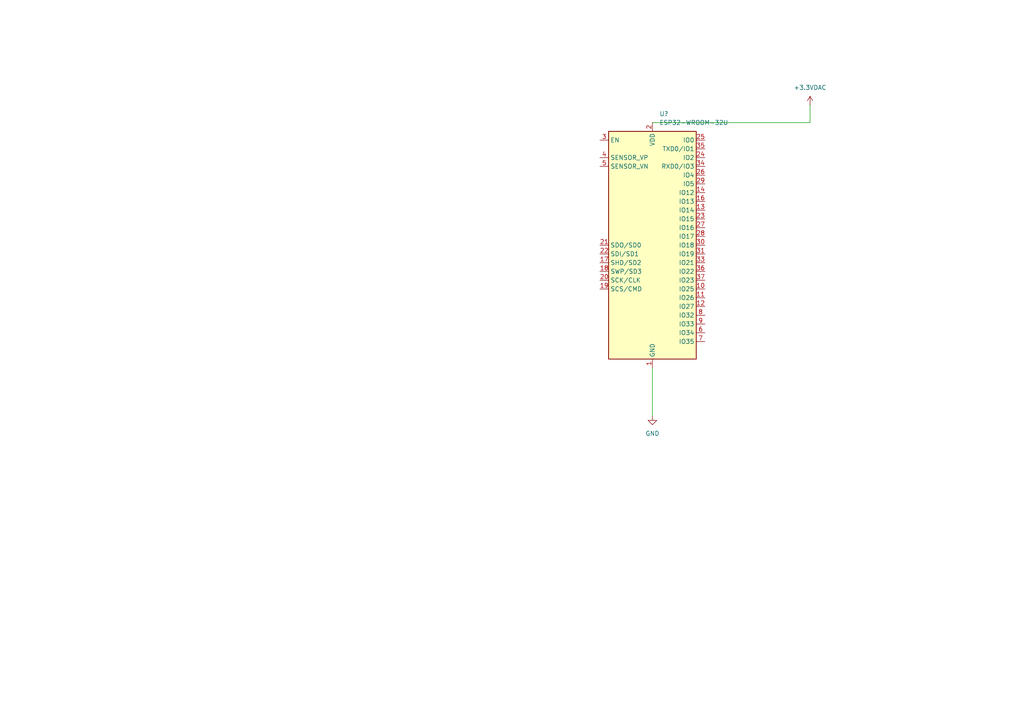
<source format=kicad_sch>
(kicad_sch (version 20211123) (generator eeschema)
  (paper "A4")
  (lib_symbols
    (symbol "RF_Module:ESP32-WROOM-32U"
      (property "Reference" "U" (at -12.7 34.29 0))
      (property "Value" "ESP32-WROOM-32U" (at 1.27 34.29 0))
      (symbol "ESP32-WROOM-32U_0_1"
        (rectangle (start -12.7 33.02) (end 12.7 -33.02) (stroke (width 0.254)) (fill (type background)))
      )
      (symbol "ESP32-WROOM-32U_1_1"
        (pin power_in line (at 0 -35.56 90) (length 2.54) (name "GND") (number "1"))
        (pin bidirectional line (at 15.24 -12.7 180) (length 2.54) (name "IO25") (number "10"))
        (pin bidirectional line (at 15.24 -15.24 180) (length 2.54) (name "IO26") (number "11"))
        (pin bidirectional line (at 15.24 -17.78 180) (length 2.54) (name "IO27") (number "12"))
        (pin bidirectional line (at 15.24 10.16 180) (length 2.54) (name "IO14") (number "13"))
        (pin bidirectional line (at 15.24 15.24 180) (length 2.54) (name "IO12") (number "14"))
        (pin passive line (at 0 -35.56 90) (length 2.54) hide (name "GND") (number "15"))
        (pin bidirectional line (at 15.24 12.7 180) (length 2.54) (name "IO13") (number "16"))
        (pin bidirectional line (at -15.24 -5.08 0) (length 2.54) (name "SHD/SD2") (number "17"))
        (pin bidirectional line (at -15.24 -7.62 0) (length 2.54) (name "SWP/SD3") (number "18"))
        (pin bidirectional line (at -15.24 -12.7 0) (length 2.54) (name "SCS/CMD") (number "19"))
        (pin power_in line (at 0 35.56 270) (length 2.54) (name "VDD") (number "2"))
        (pin bidirectional line (at -15.24 -10.16 0) (length 2.54) (name "SCK/CLK") (number "20"))
        (pin bidirectional line (at -15.24 0 0) (length 2.54) (name "SDO/SD0") (number "21"))
        (pin bidirectional line (at -15.24 -2.54 0) (length 2.54) (name "SDI/SD1") (number "22"))
        (pin bidirectional line (at 15.24 7.62 180) (length 2.54) (name "IO15") (number "23"))
        (pin bidirectional line (at 15.24 25.4 180) (length 2.54) (name "IO2") (number "24"))
        (pin bidirectional line (at 15.24 30.48 180) (length 2.54) (name "IO0") (number "25"))
        (pin bidirectional line (at 15.24 20.32 180) (length 2.54) (name "IO4") (number "26"))
        (pin bidirectional line (at 15.24 5.08 180) (length 2.54) (name "IO16") (number "27"))
        (pin bidirectional line (at 15.24 2.54 180) (length 2.54) (name "IO17") (number "28"))
        (pin bidirectional line (at 15.24 17.78 180) (length 2.54) (name "IO5") (number "29"))
        (pin input line (at -15.24 30.48 0) (length 2.54) (name "EN") (number "3"))
        (pin bidirectional line (at 15.24 0 180) (length 2.54) (name "IO18") (number "30"))
        (pin bidirectional line (at 15.24 -2.54 180) (length 2.54) (name "IO19") (number "31"))
        (pin no_connect line (at -12.7 -27.94 0) (length 2.54) hide (name "NC") (number "32"))
        (pin bidirectional line (at 15.24 -5.08 180) (length 2.54) (name "IO21") (number "33"))
        (pin bidirectional line (at 15.24 22.86 180) (length 2.54) (name "RXD0/IO3") (number "34"))
        (pin bidirectional line (at 15.24 27.94 180) (length 2.54) (name "TXD0/IO1") (number "35"))
        (pin bidirectional line (at 15.24 -7.62 180) (length 2.54) (name "IO22") (number "36"))
        (pin bidirectional line (at 15.24 -10.16 180) (length 2.54) (name "IO23") (number "37"))
        (pin passive line (at 0 -35.56 90) (length 2.54) hide (name "GND") (number "38"))
        (pin passive line (at 0 -35.56 90) (length 2.54) hide (name "GND") (number "39"))
        (pin input line (at -15.24 25.4 0) (length 2.54) (name "SENSOR_VP") (number "4"))
        (pin input line (at -15.24 22.86 0) (length 2.54) (name "SENSOR_VN") (number "5"))
        (pin input line (at 15.24 -25.4 180) (length 2.54) (name "IO34") (number "6"))
        (pin input line (at 15.24 -27.94 180) (length 2.54) (name "IO35") (number "7"))
        (pin bidirectional line (at 15.24 -20.32 180) (length 2.54) (name "IO32") (number "8"))
        (pin bidirectional line (at 15.24 -22.86 180) (length 2.54) (name "IO33") (number "9"))
      )
    )
    (symbol "power:+3.3VDAC" (power) (pin_names (offset 0))
      (property "Value" "+3.3VDAC" (at 0 2.54 0))
      (symbol "+3.3VDAC_0_0"
        (pin power_in line (at 0 0 90) (length 0) hide (name "+3.3VDAC") (number "1"))
      )
      (symbol "+3.3VDAC_0_1"
        (polyline (pts (xy -0.762 1.27) (xy 0 2.54)))
        (polyline (pts (xy 0 0) (xy 0 2.54)))
        (polyline (pts (xy 0 2.54) (xy 0.762 1.27)))
      )
    )
    (symbol "power:GND" (power) (pin_names (offset 0))
      (property "Value" "GND" (at 0 -3.81 0))
      (symbol "GND_0_1"
        (polyline (pts (xy 0 0) (xy 0 -1.27) (xy 1.27 -1.27) (xy 0 -2.54) (xy -1.27 -1.27) (xy 0 -1.27)))
      )
      (symbol "GND_1_1"
        (pin power_in line (at 0 0 270) (length 0) hide (name "GND") (number "1"))
      )
    )
  )
  (wire (pts (xy 234.95 35.56) (xy 234.95 30.48)))
  (wire (pts (xy 189.23 35.56) (xy 234.95 35.56)))
  (wire (pts (xy 189.23 106.68) (xy 189.23 120.65)))
  (symbol (lib_id "power:+3.3VDAC") (at 234.95 30.48 0) (unit 1)
    (property "Reference" "#PWR?" (effects hide))
    (property "Value" "+3.3VDAC" (at 234.95 25.4 0))
  )
  (symbol (lib_id "RF_Module:ESP32-WROOM-32U") (at 189.23 71.12 0) (unit 1)
    (property "Reference" "U?" (at 191.2494 33.02 0) (effects (justify left)))
    (property "Value" "ESP32-WROOM-32U" (at 191.2494 35.56 0) (effects (justify left)))
    (property "Footprint" "RF_Module:ESP32-WROOM-32U" (effects hide))
    (property "Datasheet" "https://www.espressif.com/sites/default/files/documentation/esp32-wroom-32d_esp32-wroom-32u_datasheet_en.pdf" (effects hide))
  )
  (symbol (lib_id "power:GND") (at 189.23 120.65 0) (unit 1)
    (property "Reference" "#PWR?" (effects hide))
    (property "Value" "GND" (at 189.23 125.73 0))
  )
)
</source>
